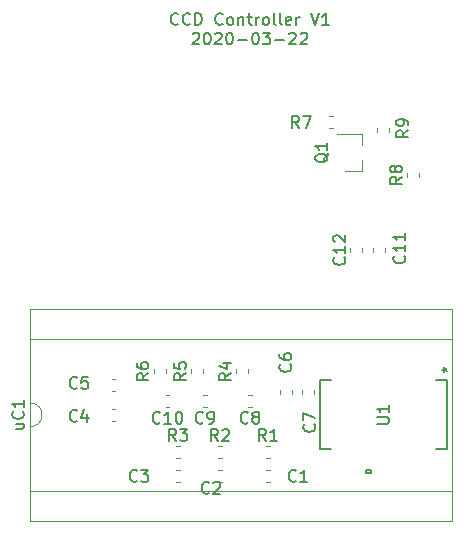
<source format=gto>
G04 #@! TF.GenerationSoftware,KiCad,Pcbnew,5.1.5-52549c5~84~ubuntu18.04.1*
G04 #@! TF.CreationDate,2020-03-22T23:19:32-04:00*
G04 #@! TF.ProjectId,tcd1304_v1,74636431-3330-4345-9f76-312e6b696361,rev?*
G04 #@! TF.SameCoordinates,Original*
G04 #@! TF.FileFunction,Legend,Top*
G04 #@! TF.FilePolarity,Positive*
%FSLAX46Y46*%
G04 Gerber Fmt 4.6, Leading zero omitted, Abs format (unit mm)*
G04 Created by KiCad (PCBNEW 5.1.5-52549c5~84~ubuntu18.04.1) date 2020-03-22 23:19:32*
%MOMM*%
%LPD*%
G04 APERTURE LIST*
%ADD10C,0.150000*%
%ADD11C,0.152400*%
%ADD12C,0.120000*%
G04 APERTURE END LIST*
D10*
X135660571Y-62778142D02*
X135612952Y-62825761D01*
X135470095Y-62873380D01*
X135374857Y-62873380D01*
X135232000Y-62825761D01*
X135136761Y-62730523D01*
X135089142Y-62635285D01*
X135041523Y-62444809D01*
X135041523Y-62301952D01*
X135089142Y-62111476D01*
X135136761Y-62016238D01*
X135232000Y-61921000D01*
X135374857Y-61873380D01*
X135470095Y-61873380D01*
X135612952Y-61921000D01*
X135660571Y-61968619D01*
X136660571Y-62778142D02*
X136612952Y-62825761D01*
X136470095Y-62873380D01*
X136374857Y-62873380D01*
X136232000Y-62825761D01*
X136136761Y-62730523D01*
X136089142Y-62635285D01*
X136041523Y-62444809D01*
X136041523Y-62301952D01*
X136089142Y-62111476D01*
X136136761Y-62016238D01*
X136232000Y-61921000D01*
X136374857Y-61873380D01*
X136470095Y-61873380D01*
X136612952Y-61921000D01*
X136660571Y-61968619D01*
X137089142Y-62873380D02*
X137089142Y-61873380D01*
X137327238Y-61873380D01*
X137470095Y-61921000D01*
X137565333Y-62016238D01*
X137612952Y-62111476D01*
X137660571Y-62301952D01*
X137660571Y-62444809D01*
X137612952Y-62635285D01*
X137565333Y-62730523D01*
X137470095Y-62825761D01*
X137327238Y-62873380D01*
X137089142Y-62873380D01*
X139422476Y-62778142D02*
X139374857Y-62825761D01*
X139232000Y-62873380D01*
X139136761Y-62873380D01*
X138993904Y-62825761D01*
X138898666Y-62730523D01*
X138851047Y-62635285D01*
X138803428Y-62444809D01*
X138803428Y-62301952D01*
X138851047Y-62111476D01*
X138898666Y-62016238D01*
X138993904Y-61921000D01*
X139136761Y-61873380D01*
X139232000Y-61873380D01*
X139374857Y-61921000D01*
X139422476Y-61968619D01*
X139993904Y-62873380D02*
X139898666Y-62825761D01*
X139851047Y-62778142D01*
X139803428Y-62682904D01*
X139803428Y-62397190D01*
X139851047Y-62301952D01*
X139898666Y-62254333D01*
X139993904Y-62206714D01*
X140136761Y-62206714D01*
X140232000Y-62254333D01*
X140279619Y-62301952D01*
X140327238Y-62397190D01*
X140327238Y-62682904D01*
X140279619Y-62778142D01*
X140232000Y-62825761D01*
X140136761Y-62873380D01*
X139993904Y-62873380D01*
X140755809Y-62206714D02*
X140755809Y-62873380D01*
X140755809Y-62301952D02*
X140803428Y-62254333D01*
X140898666Y-62206714D01*
X141041523Y-62206714D01*
X141136761Y-62254333D01*
X141184380Y-62349571D01*
X141184380Y-62873380D01*
X141517714Y-62206714D02*
X141898666Y-62206714D01*
X141660571Y-61873380D02*
X141660571Y-62730523D01*
X141708190Y-62825761D01*
X141803428Y-62873380D01*
X141898666Y-62873380D01*
X142232000Y-62873380D02*
X142232000Y-62206714D01*
X142232000Y-62397190D02*
X142279619Y-62301952D01*
X142327238Y-62254333D01*
X142422476Y-62206714D01*
X142517714Y-62206714D01*
X142993904Y-62873380D02*
X142898666Y-62825761D01*
X142851047Y-62778142D01*
X142803428Y-62682904D01*
X142803428Y-62397190D01*
X142851047Y-62301952D01*
X142898666Y-62254333D01*
X142993904Y-62206714D01*
X143136761Y-62206714D01*
X143232000Y-62254333D01*
X143279619Y-62301952D01*
X143327238Y-62397190D01*
X143327238Y-62682904D01*
X143279619Y-62778142D01*
X143232000Y-62825761D01*
X143136761Y-62873380D01*
X142993904Y-62873380D01*
X143898666Y-62873380D02*
X143803428Y-62825761D01*
X143755809Y-62730523D01*
X143755809Y-61873380D01*
X144422476Y-62873380D02*
X144327238Y-62825761D01*
X144279619Y-62730523D01*
X144279619Y-61873380D01*
X145184380Y-62825761D02*
X145089142Y-62873380D01*
X144898666Y-62873380D01*
X144803428Y-62825761D01*
X144755809Y-62730523D01*
X144755809Y-62349571D01*
X144803428Y-62254333D01*
X144898666Y-62206714D01*
X145089142Y-62206714D01*
X145184380Y-62254333D01*
X145232000Y-62349571D01*
X145232000Y-62444809D01*
X144755809Y-62540047D01*
X145660571Y-62873380D02*
X145660571Y-62206714D01*
X145660571Y-62397190D02*
X145708190Y-62301952D01*
X145755809Y-62254333D01*
X145851047Y-62206714D01*
X145946285Y-62206714D01*
X146898666Y-61873380D02*
X147232000Y-62873380D01*
X147565333Y-61873380D01*
X148422476Y-62873380D02*
X147851047Y-62873380D01*
X148136761Y-62873380D02*
X148136761Y-61873380D01*
X148041523Y-62016238D01*
X147946285Y-62111476D01*
X147851047Y-62159095D01*
X136874857Y-63618619D02*
X136922476Y-63571000D01*
X137017714Y-63523380D01*
X137255809Y-63523380D01*
X137351047Y-63571000D01*
X137398666Y-63618619D01*
X137446285Y-63713857D01*
X137446285Y-63809095D01*
X137398666Y-63951952D01*
X136827238Y-64523380D01*
X137446285Y-64523380D01*
X138065333Y-63523380D02*
X138160571Y-63523380D01*
X138255809Y-63571000D01*
X138303428Y-63618619D01*
X138351047Y-63713857D01*
X138398666Y-63904333D01*
X138398666Y-64142428D01*
X138351047Y-64332904D01*
X138303428Y-64428142D01*
X138255809Y-64475761D01*
X138160571Y-64523380D01*
X138065333Y-64523380D01*
X137970095Y-64475761D01*
X137922476Y-64428142D01*
X137874857Y-64332904D01*
X137827238Y-64142428D01*
X137827238Y-63904333D01*
X137874857Y-63713857D01*
X137922476Y-63618619D01*
X137970095Y-63571000D01*
X138065333Y-63523380D01*
X138779619Y-63618619D02*
X138827238Y-63571000D01*
X138922476Y-63523380D01*
X139160571Y-63523380D01*
X139255809Y-63571000D01*
X139303428Y-63618619D01*
X139351047Y-63713857D01*
X139351047Y-63809095D01*
X139303428Y-63951952D01*
X138732000Y-64523380D01*
X139351047Y-64523380D01*
X139970095Y-63523380D02*
X140065333Y-63523380D01*
X140160571Y-63571000D01*
X140208190Y-63618619D01*
X140255809Y-63713857D01*
X140303428Y-63904333D01*
X140303428Y-64142428D01*
X140255809Y-64332904D01*
X140208190Y-64428142D01*
X140160571Y-64475761D01*
X140065333Y-64523380D01*
X139970095Y-64523380D01*
X139874857Y-64475761D01*
X139827238Y-64428142D01*
X139779619Y-64332904D01*
X139732000Y-64142428D01*
X139732000Y-63904333D01*
X139779619Y-63713857D01*
X139827238Y-63618619D01*
X139874857Y-63571000D01*
X139970095Y-63523380D01*
X140732000Y-64142428D02*
X141493904Y-64142428D01*
X142160571Y-63523380D02*
X142255809Y-63523380D01*
X142351047Y-63571000D01*
X142398666Y-63618619D01*
X142446285Y-63713857D01*
X142493904Y-63904333D01*
X142493904Y-64142428D01*
X142446285Y-64332904D01*
X142398666Y-64428142D01*
X142351047Y-64475761D01*
X142255809Y-64523380D01*
X142160571Y-64523380D01*
X142065333Y-64475761D01*
X142017714Y-64428142D01*
X141970095Y-64332904D01*
X141922476Y-64142428D01*
X141922476Y-63904333D01*
X141970095Y-63713857D01*
X142017714Y-63618619D01*
X142065333Y-63571000D01*
X142160571Y-63523380D01*
X142827238Y-63523380D02*
X143446285Y-63523380D01*
X143112952Y-63904333D01*
X143255809Y-63904333D01*
X143351047Y-63951952D01*
X143398666Y-63999571D01*
X143446285Y-64094809D01*
X143446285Y-64332904D01*
X143398666Y-64428142D01*
X143351047Y-64475761D01*
X143255809Y-64523380D01*
X142970095Y-64523380D01*
X142874857Y-64475761D01*
X142827238Y-64428142D01*
X143874857Y-64142428D02*
X144636761Y-64142428D01*
X145065333Y-63618619D02*
X145112952Y-63571000D01*
X145208190Y-63523380D01*
X145446285Y-63523380D01*
X145541523Y-63571000D01*
X145589142Y-63618619D01*
X145636761Y-63713857D01*
X145636761Y-63809095D01*
X145589142Y-63951952D01*
X145017714Y-64523380D01*
X145636761Y-64523380D01*
X146017714Y-63618619D02*
X146065333Y-63571000D01*
X146160571Y-63523380D01*
X146398666Y-63523380D01*
X146493904Y-63571000D01*
X146541523Y-63618619D01*
X146589142Y-63713857D01*
X146589142Y-63809095D01*
X146541523Y-63951952D01*
X145970095Y-64523380D01*
X146589142Y-64523380D01*
D11*
X151955500Y-100591099D02*
X151955500Y-100845099D01*
X151574500Y-100591099D02*
X151955500Y-100591099D01*
X151574500Y-100845099D02*
X151574500Y-100591099D01*
X151955500Y-100845099D02*
X151574500Y-100845099D01*
X157461740Y-98806000D02*
X158407100Y-98806000D01*
X148608260Y-92964000D02*
X147662900Y-92964000D01*
X158407100Y-92964000D02*
X157461740Y-92964000D01*
X158407100Y-98806000D02*
X158407100Y-92964000D01*
X147662900Y-98806000D02*
X148608260Y-98806000D01*
X147662900Y-92964000D02*
X147662900Y-98806000D01*
D12*
X123070000Y-86935000D02*
X123070000Y-104835000D01*
X158870000Y-86935000D02*
X123070000Y-86935000D01*
X158870000Y-104835000D02*
X158870000Y-86935000D01*
X123070000Y-104835000D02*
X158870000Y-104835000D01*
X123130000Y-89425000D02*
X123130000Y-94885000D01*
X158810000Y-89425000D02*
X123130000Y-89425000D01*
X158810000Y-102345000D02*
X158810000Y-89425000D01*
X123130000Y-102345000D02*
X158810000Y-102345000D01*
X123130000Y-96885000D02*
X123130000Y-102345000D01*
X123130000Y-94885000D02*
G75*
G02X123130000Y-96885000I0J-1000000D01*
G01*
X134622000Y-92364779D02*
X134622000Y-92039221D01*
X133602000Y-92364779D02*
X133602000Y-92039221D01*
X137797000Y-92364779D02*
X137797000Y-92039221D01*
X136777000Y-92364779D02*
X136777000Y-92039221D01*
X141607000Y-92364779D02*
X141607000Y-92039221D01*
X140587000Y-92364779D02*
X140587000Y-92039221D01*
X135473221Y-98550000D02*
X135798779Y-98550000D01*
X135473221Y-99570000D02*
X135798779Y-99570000D01*
X139029221Y-99570000D02*
X139354779Y-99570000D01*
X139029221Y-98550000D02*
X139354779Y-98550000D01*
X143093221Y-99570000D02*
X143418779Y-99570000D01*
X143093221Y-98550000D02*
X143418779Y-98550000D01*
X151259000Y-82077779D02*
X151259000Y-81752221D01*
X150239000Y-82077779D02*
X150239000Y-81752221D01*
X153164000Y-82077779D02*
X153164000Y-81752221D01*
X152144000Y-82077779D02*
X152144000Y-81752221D01*
X134909779Y-94232000D02*
X134584221Y-94232000D01*
X134909779Y-95252000D02*
X134584221Y-95252000D01*
X138084779Y-94232000D02*
X137759221Y-94232000D01*
X138084779Y-95252000D02*
X137759221Y-95252000D01*
X141894779Y-94232000D02*
X141569221Y-94232000D01*
X141894779Y-95252000D02*
X141569221Y-95252000D01*
X146175000Y-93817221D02*
X146175000Y-94142779D01*
X147195000Y-93817221D02*
X147195000Y-94142779D01*
X144270000Y-93817221D02*
X144270000Y-94142779D01*
X145290000Y-93817221D02*
X145290000Y-94142779D01*
X130012221Y-93855000D02*
X130337779Y-93855000D01*
X130012221Y-92835000D02*
X130337779Y-92835000D01*
X130012221Y-96395000D02*
X130337779Y-96395000D01*
X130012221Y-95375000D02*
X130337779Y-95375000D01*
X135798779Y-100582000D02*
X135473221Y-100582000D01*
X135798779Y-101602000D02*
X135473221Y-101602000D01*
X139354779Y-100582000D02*
X139029221Y-100582000D01*
X139354779Y-101602000D02*
X139029221Y-101602000D01*
X143093221Y-101602000D02*
X143418779Y-101602000D01*
X143093221Y-100582000D02*
X143418779Y-100582000D01*
X153545000Y-71917779D02*
X153545000Y-71592221D01*
X152525000Y-71917779D02*
X152525000Y-71592221D01*
X156085000Y-75727779D02*
X156085000Y-75402221D01*
X155065000Y-75727779D02*
X155065000Y-75402221D01*
X148752779Y-70610000D02*
X148427221Y-70610000D01*
X148752779Y-71630000D02*
X148427221Y-71630000D01*
X151255000Y-75240000D02*
X149795000Y-75240000D01*
X151255000Y-72080000D02*
X149095000Y-72080000D01*
X151255000Y-72080000D02*
X151255000Y-73010000D01*
X151255000Y-75240000D02*
X151255000Y-74310000D01*
D10*
X152487380Y-96646904D02*
X153296904Y-96646904D01*
X153392142Y-96599285D01*
X153439761Y-96551666D01*
X153487380Y-96456428D01*
X153487380Y-96265952D01*
X153439761Y-96170714D01*
X153392142Y-96123095D01*
X153296904Y-96075476D01*
X152487380Y-96075476D01*
X153487380Y-95075476D02*
X153487380Y-95646904D01*
X153487380Y-95361190D02*
X152487380Y-95361190D01*
X152630238Y-95456428D01*
X152725476Y-95551666D01*
X152773095Y-95646904D01*
X158008380Y-92049600D02*
X158246476Y-92049600D01*
X158151238Y-92287695D02*
X158246476Y-92049600D01*
X158151238Y-91811504D01*
X158436952Y-92192457D02*
X158246476Y-92049600D01*
X158436952Y-91906742D01*
X158008380Y-92049600D02*
X158246476Y-92049600D01*
X158151238Y-92287695D02*
X158246476Y-92049600D01*
X158151238Y-91811504D01*
X158436952Y-92192457D02*
X158246476Y-92049600D01*
X158436952Y-91906742D01*
X121915714Y-96646904D02*
X122582380Y-96646904D01*
X121915714Y-97075476D02*
X122439523Y-97075476D01*
X122534761Y-97027857D01*
X122582380Y-96932619D01*
X122582380Y-96789761D01*
X122534761Y-96694523D01*
X122487142Y-96646904D01*
X122487142Y-95599285D02*
X122534761Y-95646904D01*
X122582380Y-95789761D01*
X122582380Y-95885000D01*
X122534761Y-96027857D01*
X122439523Y-96123095D01*
X122344285Y-96170714D01*
X122153809Y-96218333D01*
X122010952Y-96218333D01*
X121820476Y-96170714D01*
X121725238Y-96123095D01*
X121630000Y-96027857D01*
X121582380Y-95885000D01*
X121582380Y-95789761D01*
X121630000Y-95646904D01*
X121677619Y-95599285D01*
X122582380Y-94646904D02*
X122582380Y-95218333D01*
X122582380Y-94932619D02*
X121582380Y-94932619D01*
X121725238Y-95027857D01*
X121820476Y-95123095D01*
X121868095Y-95218333D01*
X133134380Y-92368666D02*
X132658190Y-92702000D01*
X133134380Y-92940095D02*
X132134380Y-92940095D01*
X132134380Y-92559142D01*
X132182000Y-92463904D01*
X132229619Y-92416285D01*
X132324857Y-92368666D01*
X132467714Y-92368666D01*
X132562952Y-92416285D01*
X132610571Y-92463904D01*
X132658190Y-92559142D01*
X132658190Y-92940095D01*
X132134380Y-91511523D02*
X132134380Y-91702000D01*
X132182000Y-91797238D01*
X132229619Y-91844857D01*
X132372476Y-91940095D01*
X132562952Y-91987714D01*
X132943904Y-91987714D01*
X133039142Y-91940095D01*
X133086761Y-91892476D01*
X133134380Y-91797238D01*
X133134380Y-91606761D01*
X133086761Y-91511523D01*
X133039142Y-91463904D01*
X132943904Y-91416285D01*
X132705809Y-91416285D01*
X132610571Y-91463904D01*
X132562952Y-91511523D01*
X132515333Y-91606761D01*
X132515333Y-91797238D01*
X132562952Y-91892476D01*
X132610571Y-91940095D01*
X132705809Y-91987714D01*
X136309380Y-92368666D02*
X135833190Y-92702000D01*
X136309380Y-92940095D02*
X135309380Y-92940095D01*
X135309380Y-92559142D01*
X135357000Y-92463904D01*
X135404619Y-92416285D01*
X135499857Y-92368666D01*
X135642714Y-92368666D01*
X135737952Y-92416285D01*
X135785571Y-92463904D01*
X135833190Y-92559142D01*
X135833190Y-92940095D01*
X135309380Y-91463904D02*
X135309380Y-91940095D01*
X135785571Y-91987714D01*
X135737952Y-91940095D01*
X135690333Y-91844857D01*
X135690333Y-91606761D01*
X135737952Y-91511523D01*
X135785571Y-91463904D01*
X135880809Y-91416285D01*
X136118904Y-91416285D01*
X136214142Y-91463904D01*
X136261761Y-91511523D01*
X136309380Y-91606761D01*
X136309380Y-91844857D01*
X136261761Y-91940095D01*
X136214142Y-91987714D01*
X140119380Y-92368666D02*
X139643190Y-92702000D01*
X140119380Y-92940095D02*
X139119380Y-92940095D01*
X139119380Y-92559142D01*
X139167000Y-92463904D01*
X139214619Y-92416285D01*
X139309857Y-92368666D01*
X139452714Y-92368666D01*
X139547952Y-92416285D01*
X139595571Y-92463904D01*
X139643190Y-92559142D01*
X139643190Y-92940095D01*
X139452714Y-91511523D02*
X140119380Y-91511523D01*
X139071761Y-91749619D02*
X139786047Y-91987714D01*
X139786047Y-91368666D01*
X135469333Y-98082380D02*
X135136000Y-97606190D01*
X134897904Y-98082380D02*
X134897904Y-97082380D01*
X135278857Y-97082380D01*
X135374095Y-97130000D01*
X135421714Y-97177619D01*
X135469333Y-97272857D01*
X135469333Y-97415714D01*
X135421714Y-97510952D01*
X135374095Y-97558571D01*
X135278857Y-97606190D01*
X134897904Y-97606190D01*
X135802666Y-97082380D02*
X136421714Y-97082380D01*
X136088380Y-97463333D01*
X136231238Y-97463333D01*
X136326476Y-97510952D01*
X136374095Y-97558571D01*
X136421714Y-97653809D01*
X136421714Y-97891904D01*
X136374095Y-97987142D01*
X136326476Y-98034761D01*
X136231238Y-98082380D01*
X135945523Y-98082380D01*
X135850285Y-98034761D01*
X135802666Y-97987142D01*
X139025333Y-98082380D02*
X138692000Y-97606190D01*
X138453904Y-98082380D02*
X138453904Y-97082380D01*
X138834857Y-97082380D01*
X138930095Y-97130000D01*
X138977714Y-97177619D01*
X139025333Y-97272857D01*
X139025333Y-97415714D01*
X138977714Y-97510952D01*
X138930095Y-97558571D01*
X138834857Y-97606190D01*
X138453904Y-97606190D01*
X139406285Y-97177619D02*
X139453904Y-97130000D01*
X139549142Y-97082380D01*
X139787238Y-97082380D01*
X139882476Y-97130000D01*
X139930095Y-97177619D01*
X139977714Y-97272857D01*
X139977714Y-97368095D01*
X139930095Y-97510952D01*
X139358666Y-98082380D01*
X139977714Y-98082380D01*
X143089333Y-98082380D02*
X142756000Y-97606190D01*
X142517904Y-98082380D02*
X142517904Y-97082380D01*
X142898857Y-97082380D01*
X142994095Y-97130000D01*
X143041714Y-97177619D01*
X143089333Y-97272857D01*
X143089333Y-97415714D01*
X143041714Y-97510952D01*
X142994095Y-97558571D01*
X142898857Y-97606190D01*
X142517904Y-97606190D01*
X144041714Y-98082380D02*
X143470285Y-98082380D01*
X143756000Y-98082380D02*
X143756000Y-97082380D01*
X143660761Y-97225238D01*
X143565523Y-97320476D01*
X143470285Y-97368095D01*
X149709142Y-82557857D02*
X149756761Y-82605476D01*
X149804380Y-82748333D01*
X149804380Y-82843571D01*
X149756761Y-82986428D01*
X149661523Y-83081666D01*
X149566285Y-83129285D01*
X149375809Y-83176904D01*
X149232952Y-83176904D01*
X149042476Y-83129285D01*
X148947238Y-83081666D01*
X148852000Y-82986428D01*
X148804380Y-82843571D01*
X148804380Y-82748333D01*
X148852000Y-82605476D01*
X148899619Y-82557857D01*
X149804380Y-81605476D02*
X149804380Y-82176904D01*
X149804380Y-81891190D02*
X148804380Y-81891190D01*
X148947238Y-81986428D01*
X149042476Y-82081666D01*
X149090095Y-82176904D01*
X148899619Y-81224523D02*
X148852000Y-81176904D01*
X148804380Y-81081666D01*
X148804380Y-80843571D01*
X148852000Y-80748333D01*
X148899619Y-80700714D01*
X148994857Y-80653095D01*
X149090095Y-80653095D01*
X149232952Y-80700714D01*
X149804380Y-81272142D01*
X149804380Y-80653095D01*
X154789142Y-82430857D02*
X154836761Y-82478476D01*
X154884380Y-82621333D01*
X154884380Y-82716571D01*
X154836761Y-82859428D01*
X154741523Y-82954666D01*
X154646285Y-83002285D01*
X154455809Y-83049904D01*
X154312952Y-83049904D01*
X154122476Y-83002285D01*
X154027238Y-82954666D01*
X153932000Y-82859428D01*
X153884380Y-82716571D01*
X153884380Y-82621333D01*
X153932000Y-82478476D01*
X153979619Y-82430857D01*
X154884380Y-81478476D02*
X154884380Y-82049904D01*
X154884380Y-81764190D02*
X153884380Y-81764190D01*
X154027238Y-81859428D01*
X154122476Y-81954666D01*
X154170095Y-82049904D01*
X154884380Y-80526095D02*
X154884380Y-81097523D01*
X154884380Y-80811809D02*
X153884380Y-80811809D01*
X154027238Y-80907047D01*
X154122476Y-81002285D01*
X154170095Y-81097523D01*
X134104142Y-96529142D02*
X134056523Y-96576761D01*
X133913666Y-96624380D01*
X133818428Y-96624380D01*
X133675571Y-96576761D01*
X133580333Y-96481523D01*
X133532714Y-96386285D01*
X133485095Y-96195809D01*
X133485095Y-96052952D01*
X133532714Y-95862476D01*
X133580333Y-95767238D01*
X133675571Y-95672000D01*
X133818428Y-95624380D01*
X133913666Y-95624380D01*
X134056523Y-95672000D01*
X134104142Y-95719619D01*
X135056523Y-96624380D02*
X134485095Y-96624380D01*
X134770809Y-96624380D02*
X134770809Y-95624380D01*
X134675571Y-95767238D01*
X134580333Y-95862476D01*
X134485095Y-95910095D01*
X135675571Y-95624380D02*
X135770809Y-95624380D01*
X135866047Y-95672000D01*
X135913666Y-95719619D01*
X135961285Y-95814857D01*
X136008904Y-96005333D01*
X136008904Y-96243428D01*
X135961285Y-96433904D01*
X135913666Y-96529142D01*
X135866047Y-96576761D01*
X135770809Y-96624380D01*
X135675571Y-96624380D01*
X135580333Y-96576761D01*
X135532714Y-96529142D01*
X135485095Y-96433904D01*
X135437476Y-96243428D01*
X135437476Y-96005333D01*
X135485095Y-95814857D01*
X135532714Y-95719619D01*
X135580333Y-95672000D01*
X135675571Y-95624380D01*
X137755333Y-96529142D02*
X137707714Y-96576761D01*
X137564857Y-96624380D01*
X137469619Y-96624380D01*
X137326761Y-96576761D01*
X137231523Y-96481523D01*
X137183904Y-96386285D01*
X137136285Y-96195809D01*
X137136285Y-96052952D01*
X137183904Y-95862476D01*
X137231523Y-95767238D01*
X137326761Y-95672000D01*
X137469619Y-95624380D01*
X137564857Y-95624380D01*
X137707714Y-95672000D01*
X137755333Y-95719619D01*
X138231523Y-96624380D02*
X138422000Y-96624380D01*
X138517238Y-96576761D01*
X138564857Y-96529142D01*
X138660095Y-96386285D01*
X138707714Y-96195809D01*
X138707714Y-95814857D01*
X138660095Y-95719619D01*
X138612476Y-95672000D01*
X138517238Y-95624380D01*
X138326761Y-95624380D01*
X138231523Y-95672000D01*
X138183904Y-95719619D01*
X138136285Y-95814857D01*
X138136285Y-96052952D01*
X138183904Y-96148190D01*
X138231523Y-96195809D01*
X138326761Y-96243428D01*
X138517238Y-96243428D01*
X138612476Y-96195809D01*
X138660095Y-96148190D01*
X138707714Y-96052952D01*
X141565333Y-96529142D02*
X141517714Y-96576761D01*
X141374857Y-96624380D01*
X141279619Y-96624380D01*
X141136761Y-96576761D01*
X141041523Y-96481523D01*
X140993904Y-96386285D01*
X140946285Y-96195809D01*
X140946285Y-96052952D01*
X140993904Y-95862476D01*
X141041523Y-95767238D01*
X141136761Y-95672000D01*
X141279619Y-95624380D01*
X141374857Y-95624380D01*
X141517714Y-95672000D01*
X141565333Y-95719619D01*
X142136761Y-96052952D02*
X142041523Y-96005333D01*
X141993904Y-95957714D01*
X141946285Y-95862476D01*
X141946285Y-95814857D01*
X141993904Y-95719619D01*
X142041523Y-95672000D01*
X142136761Y-95624380D01*
X142327238Y-95624380D01*
X142422476Y-95672000D01*
X142470095Y-95719619D01*
X142517714Y-95814857D01*
X142517714Y-95862476D01*
X142470095Y-95957714D01*
X142422476Y-96005333D01*
X142327238Y-96052952D01*
X142136761Y-96052952D01*
X142041523Y-96100571D01*
X141993904Y-96148190D01*
X141946285Y-96243428D01*
X141946285Y-96433904D01*
X141993904Y-96529142D01*
X142041523Y-96576761D01*
X142136761Y-96624380D01*
X142327238Y-96624380D01*
X142422476Y-96576761D01*
X142470095Y-96529142D01*
X142517714Y-96433904D01*
X142517714Y-96243428D01*
X142470095Y-96148190D01*
X142422476Y-96100571D01*
X142327238Y-96052952D01*
X147169142Y-96686666D02*
X147216761Y-96734285D01*
X147264380Y-96877142D01*
X147264380Y-96972380D01*
X147216761Y-97115238D01*
X147121523Y-97210476D01*
X147026285Y-97258095D01*
X146835809Y-97305714D01*
X146692952Y-97305714D01*
X146502476Y-97258095D01*
X146407238Y-97210476D01*
X146312000Y-97115238D01*
X146264380Y-96972380D01*
X146264380Y-96877142D01*
X146312000Y-96734285D01*
X146359619Y-96686666D01*
X146264380Y-96353333D02*
X146264380Y-95686666D01*
X147264380Y-96115238D01*
X145137142Y-91606666D02*
X145184761Y-91654285D01*
X145232380Y-91797142D01*
X145232380Y-91892380D01*
X145184761Y-92035238D01*
X145089523Y-92130476D01*
X144994285Y-92178095D01*
X144803809Y-92225714D01*
X144660952Y-92225714D01*
X144470476Y-92178095D01*
X144375238Y-92130476D01*
X144280000Y-92035238D01*
X144232380Y-91892380D01*
X144232380Y-91797142D01*
X144280000Y-91654285D01*
X144327619Y-91606666D01*
X144232380Y-90749523D02*
X144232380Y-90940000D01*
X144280000Y-91035238D01*
X144327619Y-91082857D01*
X144470476Y-91178095D01*
X144660952Y-91225714D01*
X145041904Y-91225714D01*
X145137142Y-91178095D01*
X145184761Y-91130476D01*
X145232380Y-91035238D01*
X145232380Y-90844761D01*
X145184761Y-90749523D01*
X145137142Y-90701904D01*
X145041904Y-90654285D01*
X144803809Y-90654285D01*
X144708571Y-90701904D01*
X144660952Y-90749523D01*
X144613333Y-90844761D01*
X144613333Y-91035238D01*
X144660952Y-91130476D01*
X144708571Y-91178095D01*
X144803809Y-91225714D01*
X127087333Y-93575142D02*
X127039714Y-93622761D01*
X126896857Y-93670380D01*
X126801619Y-93670380D01*
X126658761Y-93622761D01*
X126563523Y-93527523D01*
X126515904Y-93432285D01*
X126468285Y-93241809D01*
X126468285Y-93098952D01*
X126515904Y-92908476D01*
X126563523Y-92813238D01*
X126658761Y-92718000D01*
X126801619Y-92670380D01*
X126896857Y-92670380D01*
X127039714Y-92718000D01*
X127087333Y-92765619D01*
X127992095Y-92670380D02*
X127515904Y-92670380D01*
X127468285Y-93146571D01*
X127515904Y-93098952D01*
X127611142Y-93051333D01*
X127849238Y-93051333D01*
X127944476Y-93098952D01*
X127992095Y-93146571D01*
X128039714Y-93241809D01*
X128039714Y-93479904D01*
X127992095Y-93575142D01*
X127944476Y-93622761D01*
X127849238Y-93670380D01*
X127611142Y-93670380D01*
X127515904Y-93622761D01*
X127468285Y-93575142D01*
X127087333Y-96369142D02*
X127039714Y-96416761D01*
X126896857Y-96464380D01*
X126801619Y-96464380D01*
X126658761Y-96416761D01*
X126563523Y-96321523D01*
X126515904Y-96226285D01*
X126468285Y-96035809D01*
X126468285Y-95892952D01*
X126515904Y-95702476D01*
X126563523Y-95607238D01*
X126658761Y-95512000D01*
X126801619Y-95464380D01*
X126896857Y-95464380D01*
X127039714Y-95512000D01*
X127087333Y-95559619D01*
X127944476Y-95797714D02*
X127944476Y-96464380D01*
X127706380Y-95416761D02*
X127468285Y-96131047D01*
X128087333Y-96131047D01*
X132167333Y-101449142D02*
X132119714Y-101496761D01*
X131976857Y-101544380D01*
X131881619Y-101544380D01*
X131738761Y-101496761D01*
X131643523Y-101401523D01*
X131595904Y-101306285D01*
X131548285Y-101115809D01*
X131548285Y-100972952D01*
X131595904Y-100782476D01*
X131643523Y-100687238D01*
X131738761Y-100592000D01*
X131881619Y-100544380D01*
X131976857Y-100544380D01*
X132119714Y-100592000D01*
X132167333Y-100639619D01*
X132500666Y-100544380D02*
X133119714Y-100544380D01*
X132786380Y-100925333D01*
X132929238Y-100925333D01*
X133024476Y-100972952D01*
X133072095Y-101020571D01*
X133119714Y-101115809D01*
X133119714Y-101353904D01*
X133072095Y-101449142D01*
X133024476Y-101496761D01*
X132929238Y-101544380D01*
X132643523Y-101544380D01*
X132548285Y-101496761D01*
X132500666Y-101449142D01*
X138263333Y-102465142D02*
X138215714Y-102512761D01*
X138072857Y-102560380D01*
X137977619Y-102560380D01*
X137834761Y-102512761D01*
X137739523Y-102417523D01*
X137691904Y-102322285D01*
X137644285Y-102131809D01*
X137644285Y-101988952D01*
X137691904Y-101798476D01*
X137739523Y-101703238D01*
X137834761Y-101608000D01*
X137977619Y-101560380D01*
X138072857Y-101560380D01*
X138215714Y-101608000D01*
X138263333Y-101655619D01*
X138644285Y-101655619D02*
X138691904Y-101608000D01*
X138787142Y-101560380D01*
X139025238Y-101560380D01*
X139120476Y-101608000D01*
X139168095Y-101655619D01*
X139215714Y-101750857D01*
X139215714Y-101846095D01*
X139168095Y-101988952D01*
X138596666Y-102560380D01*
X139215714Y-102560380D01*
X145629333Y-101449142D02*
X145581714Y-101496761D01*
X145438857Y-101544380D01*
X145343619Y-101544380D01*
X145200761Y-101496761D01*
X145105523Y-101401523D01*
X145057904Y-101306285D01*
X145010285Y-101115809D01*
X145010285Y-100972952D01*
X145057904Y-100782476D01*
X145105523Y-100687238D01*
X145200761Y-100592000D01*
X145343619Y-100544380D01*
X145438857Y-100544380D01*
X145581714Y-100592000D01*
X145629333Y-100639619D01*
X146581714Y-101544380D02*
X146010285Y-101544380D01*
X146296000Y-101544380D02*
X146296000Y-100544380D01*
X146200761Y-100687238D01*
X146105523Y-100782476D01*
X146010285Y-100830095D01*
X155138380Y-71794666D02*
X154662190Y-72128000D01*
X155138380Y-72366095D02*
X154138380Y-72366095D01*
X154138380Y-71985142D01*
X154186000Y-71889904D01*
X154233619Y-71842285D01*
X154328857Y-71794666D01*
X154471714Y-71794666D01*
X154566952Y-71842285D01*
X154614571Y-71889904D01*
X154662190Y-71985142D01*
X154662190Y-72366095D01*
X155138380Y-71318476D02*
X155138380Y-71128000D01*
X155090761Y-71032761D01*
X155043142Y-70985142D01*
X154900285Y-70889904D01*
X154709809Y-70842285D01*
X154328857Y-70842285D01*
X154233619Y-70889904D01*
X154186000Y-70937523D01*
X154138380Y-71032761D01*
X154138380Y-71223238D01*
X154186000Y-71318476D01*
X154233619Y-71366095D01*
X154328857Y-71413714D01*
X154566952Y-71413714D01*
X154662190Y-71366095D01*
X154709809Y-71318476D01*
X154757428Y-71223238D01*
X154757428Y-71032761D01*
X154709809Y-70937523D01*
X154662190Y-70889904D01*
X154566952Y-70842285D01*
X154597380Y-75731666D02*
X154121190Y-76065000D01*
X154597380Y-76303095D02*
X153597380Y-76303095D01*
X153597380Y-75922142D01*
X153645000Y-75826904D01*
X153692619Y-75779285D01*
X153787857Y-75731666D01*
X153930714Y-75731666D01*
X154025952Y-75779285D01*
X154073571Y-75826904D01*
X154121190Y-75922142D01*
X154121190Y-76303095D01*
X154025952Y-75160238D02*
X153978333Y-75255476D01*
X153930714Y-75303095D01*
X153835476Y-75350714D01*
X153787857Y-75350714D01*
X153692619Y-75303095D01*
X153645000Y-75255476D01*
X153597380Y-75160238D01*
X153597380Y-74969761D01*
X153645000Y-74874523D01*
X153692619Y-74826904D01*
X153787857Y-74779285D01*
X153835476Y-74779285D01*
X153930714Y-74826904D01*
X153978333Y-74874523D01*
X154025952Y-74969761D01*
X154025952Y-75160238D01*
X154073571Y-75255476D01*
X154121190Y-75303095D01*
X154216428Y-75350714D01*
X154406904Y-75350714D01*
X154502142Y-75303095D01*
X154549761Y-75255476D01*
X154597380Y-75160238D01*
X154597380Y-74969761D01*
X154549761Y-74874523D01*
X154502142Y-74826904D01*
X154406904Y-74779285D01*
X154216428Y-74779285D01*
X154121190Y-74826904D01*
X154073571Y-74874523D01*
X154025952Y-74969761D01*
X145883333Y-71572380D02*
X145550000Y-71096190D01*
X145311904Y-71572380D02*
X145311904Y-70572380D01*
X145692857Y-70572380D01*
X145788095Y-70620000D01*
X145835714Y-70667619D01*
X145883333Y-70762857D01*
X145883333Y-70905714D01*
X145835714Y-71000952D01*
X145788095Y-71048571D01*
X145692857Y-71096190D01*
X145311904Y-71096190D01*
X146216666Y-70572380D02*
X146883333Y-70572380D01*
X146454761Y-71572380D01*
X148375619Y-73755238D02*
X148328000Y-73850476D01*
X148232761Y-73945714D01*
X148089904Y-74088571D01*
X148042285Y-74183809D01*
X148042285Y-74279047D01*
X148280380Y-74231428D02*
X148232761Y-74326666D01*
X148137523Y-74421904D01*
X147947047Y-74469523D01*
X147613714Y-74469523D01*
X147423238Y-74421904D01*
X147328000Y-74326666D01*
X147280380Y-74231428D01*
X147280380Y-74040952D01*
X147328000Y-73945714D01*
X147423238Y-73850476D01*
X147613714Y-73802857D01*
X147947047Y-73802857D01*
X148137523Y-73850476D01*
X148232761Y-73945714D01*
X148280380Y-74040952D01*
X148280380Y-74231428D01*
X148280380Y-72850476D02*
X148280380Y-73421904D01*
X148280380Y-73136190D02*
X147280380Y-73136190D01*
X147423238Y-73231428D01*
X147518476Y-73326666D01*
X147566095Y-73421904D01*
M02*

</source>
